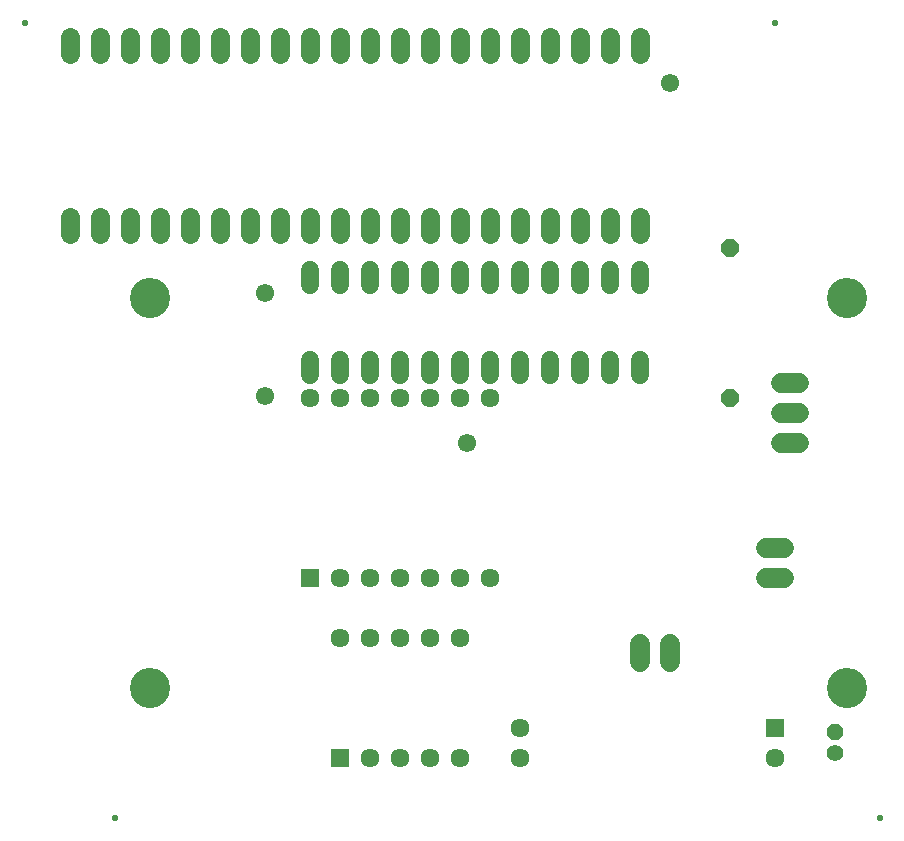
<source format=gbr>
G04 EAGLE Gerber RS-274X export*
G75*
%MOMM*%
%FSLAX34Y34*%
%LPD*%
%INSoldermask Top*%
%IPPOS*%
%AMOC8*
5,1,8,0,0,1.08239X$1,22.5*%
G01*
%ADD10C,3.403200*%
%ADD11C,0.553200*%
%ADD12P,1.539592X8X112.500000*%
%ADD13C,1.422400*%
%ADD14R,1.611200X1.611200*%
%ADD15C,1.611200*%
%ADD16C,1.727200*%
%ADD17P,1.649562X8X112.500000*%
%ADD18C,1.524000*%
%ADD19C,1.611200*%
%ADD20C,1.553200*%


D10*
X195000Y618000D03*
X195000Y288000D03*
X785000Y618000D03*
X785000Y288000D03*
D11*
X723900Y850900D03*
X165100Y177800D03*
X812800Y177800D03*
X88900Y850900D03*
D12*
X774700Y250190D03*
D13*
X774700Y232410D03*
D14*
X330200Y381000D03*
D15*
X355600Y381000D03*
X381000Y381000D03*
X406400Y381000D03*
X431800Y381000D03*
X457200Y381000D03*
X482600Y381000D03*
X482600Y533400D03*
X457200Y533400D03*
X431800Y533400D03*
X406400Y533400D03*
X381000Y533400D03*
X355600Y533400D03*
X330200Y533400D03*
D14*
X355600Y228600D03*
D15*
X381000Y228600D03*
X406400Y228600D03*
X431800Y228600D03*
X457200Y228600D03*
X457200Y330200D03*
X431800Y330200D03*
X406400Y330200D03*
X381000Y330200D03*
X355600Y330200D03*
D16*
X716280Y406400D02*
X731520Y406400D01*
X731520Y381000D02*
X716280Y381000D01*
X728980Y495300D02*
X744220Y495300D01*
X744220Y520700D02*
X728980Y520700D01*
X728980Y546100D02*
X744220Y546100D01*
X609600Y325120D02*
X609600Y309880D01*
X635000Y309880D02*
X635000Y325120D01*
D17*
X685800Y533400D03*
X685800Y660400D03*
D18*
X330200Y565404D02*
X330200Y552196D01*
X355600Y552196D02*
X355600Y565404D01*
X381000Y565404D02*
X381000Y552196D01*
X406400Y552196D02*
X406400Y565404D01*
X431800Y565404D02*
X431800Y552196D01*
X457200Y552196D02*
X457200Y565404D01*
X482600Y565404D02*
X482600Y552196D01*
X508000Y552196D02*
X508000Y565404D01*
X533400Y565404D02*
X533400Y552196D01*
X558800Y552196D02*
X558800Y565404D01*
X584200Y565404D02*
X584200Y552196D01*
X609600Y552196D02*
X609600Y565404D01*
X609600Y628396D02*
X609600Y641604D01*
X584200Y641604D02*
X584200Y628396D01*
X558800Y628396D02*
X558800Y641604D01*
X533400Y641604D02*
X533400Y628396D01*
X508000Y628396D02*
X508000Y641604D01*
X482600Y641604D02*
X482600Y628396D01*
X457200Y628396D02*
X457200Y641604D01*
X431800Y641604D02*
X431800Y628396D01*
X406400Y628396D02*
X406400Y641604D01*
X381000Y641604D02*
X381000Y628396D01*
X355600Y628396D02*
X355600Y641604D01*
X330200Y641604D02*
X330200Y628396D01*
D15*
X508000Y254000D03*
X508000Y228600D03*
D14*
X723900Y254000D03*
D15*
X723900Y228600D03*
D19*
X127000Y672410D02*
X127000Y686490D01*
X152400Y686490D02*
X152400Y672410D01*
X177800Y672410D02*
X177800Y686490D01*
X203200Y686490D02*
X203200Y672410D01*
X228600Y672410D02*
X228600Y686490D01*
X254000Y686490D02*
X254000Y672410D01*
X279400Y672410D02*
X279400Y686490D01*
X304800Y686490D02*
X304800Y672410D01*
X330200Y672410D02*
X330200Y686490D01*
X355600Y686490D02*
X355600Y672410D01*
X381000Y672410D02*
X381000Y686490D01*
X406400Y686490D02*
X406400Y672410D01*
X431800Y672410D02*
X431800Y686490D01*
X457200Y686490D02*
X457200Y672410D01*
X482600Y672410D02*
X482600Y686490D01*
X508000Y686490D02*
X508000Y672410D01*
X533400Y672410D02*
X533400Y686490D01*
X558800Y686490D02*
X558800Y672410D01*
X584200Y672410D02*
X584200Y686490D01*
X609600Y686490D02*
X609600Y672410D01*
X127000Y824810D02*
X127000Y838890D01*
X152400Y838890D02*
X152400Y824810D01*
X177800Y824810D02*
X177800Y838890D01*
X203200Y838890D02*
X203200Y824810D01*
X228600Y824810D02*
X228600Y838890D01*
X254000Y838890D02*
X254000Y824810D01*
X279400Y824810D02*
X279400Y838890D01*
X304800Y838890D02*
X304800Y824810D01*
X330200Y824810D02*
X330200Y838890D01*
X355600Y838890D02*
X355600Y824810D01*
X381000Y824810D02*
X381000Y838890D01*
X406400Y838890D02*
X406400Y824810D01*
X431800Y824810D02*
X431800Y838890D01*
X457200Y838890D02*
X457200Y824810D01*
X482600Y824810D02*
X482600Y838890D01*
X508000Y838890D02*
X508000Y824810D01*
X533400Y824810D02*
X533400Y838890D01*
X558800Y838890D02*
X558800Y824810D01*
X584200Y824810D02*
X584200Y838890D01*
X609600Y838890D02*
X609600Y824810D01*
D20*
X292100Y622300D03*
X635000Y800100D03*
X463550Y495300D03*
X292100Y534670D03*
M02*

</source>
